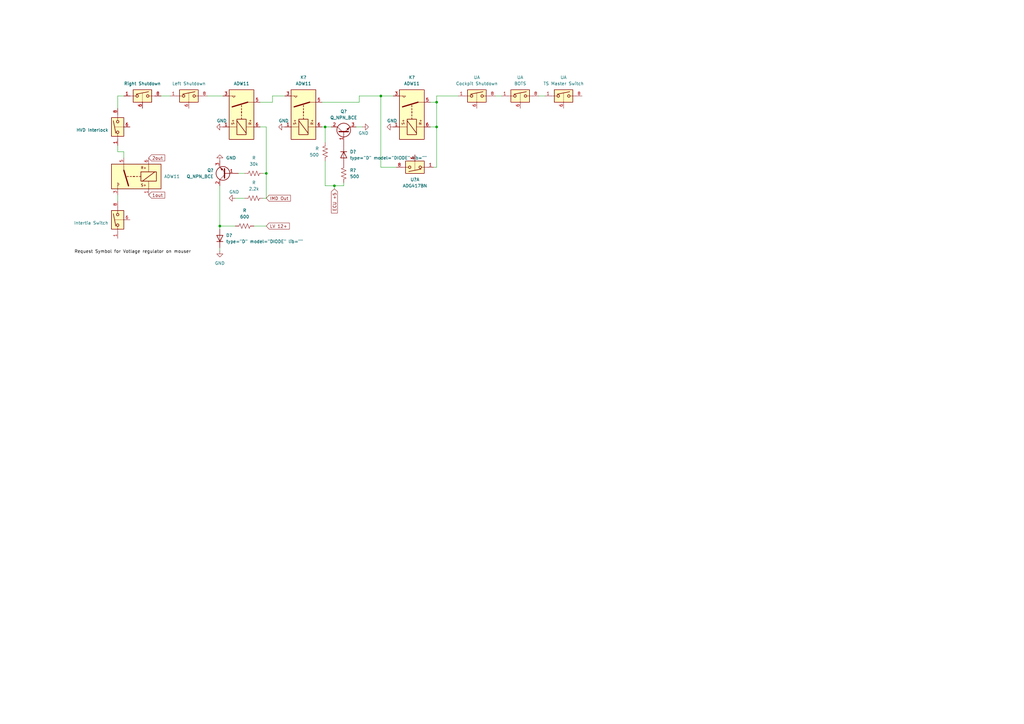
<source format=kicad_sch>
(kicad_sch (version 20211123) (generator eeschema)
  (paper "A3")
  (title_block (title "RM27 Shutdown Circuit"))
  (lib_symbols
    (symbol "Analog_Switch:ADG417BN" (pin_names (offset 0.254))
      (property "Reference" "U" (at -3.175 5.334 0))
      (property "Value" "ADG417BN" (at -3.175 3.556 0))
      (symbol "ADG417BN_1_1"
        (rectangle (start -3.81 2.54) (end 3.81 -2.54) (stroke (width 0.254)) (fill (type background)))
        (circle (center -2.159 0) (radius 0.508) (stroke (width 0.254)))
        (polyline (pts (xy -5.08 0) (xy -2.794 0)))
        (polyline (pts (xy -2.54 0.762) (xy 2.54 1.778)) (stroke (width 0.254)))
        (polyline (pts (xy 0 -2.54) (xy 0 -2.032)))
        (polyline (pts (xy 0 -1.778) (xy 0 -1.524)))
        (polyline (pts (xy 0 -1.27) (xy 0 -1.016)))
        (polyline (pts (xy 0 -0.762) (xy 0 -0.508)))
        (polyline (pts (xy 0 -0.254) (xy 0 0)))
        (polyline (pts (xy 0 0.254) (xy 0 0.508)))
        (polyline (pts (xy 0 0.762) (xy 0 1.016)))
        (polyline (pts (xy 5.08 0) (xy 2.794 0)))
        (circle (center 2.159 0) (radius 0.508) (stroke (width 0.254)))
        (pin passive line (at -7.62 0 0) (length 2.54) (name "~") (number "1"))
        (pin input line (at 0 -5.08 90) (length 2.54) (name "~") (number "6"))
        (pin passive line (at 7.62 0 180) (length 2.54) (name "~") (number "8"))
      )
      (symbol "ADG417BN_2_0"
        (pin no_connect line (at -2.54 10.16 270) (length 2.54) hide (name "NC") (number "2"))
        (pin power_in line (at 0 -12.7 90) (length 2.54) (name "GND") (number "3"))
        (pin power_in line (at 0 12.7 270) (length 2.54) (name "V+") (number "4"))
        (pin power_in line (at 2.54 12.7 270) (length 2.54) (name "VL") (number "5"))
        (pin power_in line (at 2.54 -12.7 90) (length 2.54) (name "V-") (number "7"))
      )
      (symbol "ADG417BN_2_1"
        (rectangle (start -3.81 10.16) (end 6.35 -10.16) (stroke (width 0.254)) (fill (type background)))
      )
    )
    (symbol "Device:Q_NPN_BCE" (pin_names (offset 0) hide)
      (property "Reference" "Q" (at 5.08 1.27 0))
      (property "Value" "Q_NPN_BCE" (at 5.08 -1.27 0))
      (symbol "Q_NPN_BCE_0_1"
        (polyline (pts (xy 0.635 0.635) (xy 2.54 2.54)))
        (polyline (pts (xy 0.635 -0.635) (xy 2.54 -2.54) (xy 2.54 -2.54)))
        (polyline (pts (xy 0.635 1.905) (xy 0.635 -1.905) (xy 0.635 -1.905)) (stroke (width 0.508)))
        (polyline (pts (xy 1.27 -1.778) (xy 1.778 -1.27) (xy 2.286 -2.286) (xy 1.27 -1.778) (xy 1.27 -1.778)) (fill (type outline)))
        (circle (center 1.27 0) (radius 2.8194) (stroke (width 0.254)))
      )
      (symbol "Q_NPN_BCE_1_1"
        (pin input line (at -5.08 0 0) (length 5.715) (name "B") (number "1"))
        (pin passive line (at 2.54 5.08 270) (length 2.54) (name "C") (number "2"))
        (pin passive line (at 2.54 -5.08 90) (length 2.54) (name "E") (number "3"))
      )
    )
    (symbol "Device:R_US" (pin_numbers hide) (pin_names (offset 0))
      (property "Reference" "R" (at 2.54 0 90))
      (property "Value" "R_US" (at -2.54 0 90))
      (symbol "R_US_0_1"
        (polyline (pts (xy 0 -2.286) (xy 0 -2.54)))
        (polyline (pts (xy 0 2.286) (xy 0 2.54)))
        (polyline (pts (xy 0 -0.762) (xy 1.016 -1.143) (xy 0 -1.524) (xy -1.016 -1.905) (xy 0 -2.286)))
        (polyline (pts (xy 0 0.762) (xy 1.016 0.381) (xy 0 0) (xy -1.016 -0.381) (xy 0 -0.762)))
        (polyline (pts (xy 0 2.286) (xy 1.016 1.905) (xy 0 1.524) (xy -1.016 1.143) (xy 0 0.762)))
      )
      (symbol "R_US_1_1"
        (pin passive line (at 0 3.81 270) (length 1.27) (name "~") (number "1"))
        (pin passive line (at 0 -3.81 90) (length 1.27) (name "~") (number "2"))
      )
    )
    (symbol "Relay:ADW11"
      (property "Reference" "K" (at 11.43 3.81 0))
      (property "Value" "ADW11" (at 13.97 1.27 0))
      (symbol "ADW11_1_1"
        (rectangle (start -10.16 5.08) (end 10.16 -5.08) (stroke (width 0.254)) (fill (type background)))
        (rectangle (start -8.255 1.905) (end -1.905 -1.905) (stroke (width 0.254)))
        (polyline (pts (xy -7.62 -1.905) (xy -2.54 1.905)) (stroke (width 0.254)))
        (polyline (pts (xy -5.08 -5.08) (xy -5.08 -1.905)))
        (polyline (pts (xy -5.08 5.08) (xy -5.08 1.905)))
        (polyline (pts (xy -1.905 0) (xy -1.27 0)) (stroke (width 0.254)))
        (polyline (pts (xy -0.635 0) (xy 0 0)) (stroke (width 0.254)))
        (polyline (pts (xy 0.635 0) (xy 1.27 0)) (stroke (width 0.254)))
        (polyline (pts (xy 0.635 0) (xy 1.27 0)) (stroke (width 0.254)))
        (polyline (pts (xy 1.905 0) (xy 2.54 0)) (stroke (width 0.254)))
        (polyline (pts (xy 3.175 0) (xy 3.81 0)) (stroke (width 0.254)))
        (polyline (pts (xy 5.08 -2.54) (xy 3.175 3.81)) (stroke (width 0.508)))
        (polyline (pts (xy 5.08 -2.54) (xy 5.08 -5.08)))
        (polyline (pts (xy 7.62 3.81) (xy 7.62 5.08)))
        (polyline (pts (xy 7.62 3.81) (xy 7.62 2.54) (xy 6.985 3.175) (xy 7.62 3.81)))
        (text "R+" (at -3.048 -3.556 0) (effects (font (size 1.016 1.016))))
        (text "S+" (at -3.048 3.556 0) (effects (font (size 1.016 1.016))))
        (pin passive line (at -5.08 7.62 270) (length 2.54) (name "~") (number "1"))
        (pin passive line (at 7.62 7.62 270) (length 2.54) (name "~") (number "3"))
        (pin passive line (at 5.08 -7.62 90) (length 2.54) (name "~") (number "5"))
        (pin passive line (at -5.08 -7.62 90) (length 2.54) (name "~") (number "6"))
      )
    )
    (symbol "Simulation_SPICE:DIODE" (pin_numbers hide) (pin_names (offset 1.016) hide)
      (property "Reference" "D" (at 0 2.54 0))
      (property "Value" "DIODE" (at 0 -2.54 0))
      (symbol "DIODE_0_1"
        (polyline (pts (xy 1.27 0) (xy -1.27 0)))
        (polyline (pts (xy 1.27 1.27) (xy 1.27 -1.27)) (stroke (width 0.254)))
        (polyline (pts (xy -1.27 -1.27) (xy -1.27 1.27) (xy 1.27 0) (xy -1.27 -1.27)) (stroke (width 0.254)))
      )
      (symbol "DIODE_1_1"
        (pin passive line (at -3.81 0 0) (length 2.54) (name "A") (number "1"))
        (pin passive line (at 3.81 0 180) (length 2.54) (name "K") (number "2"))
      )
    )
    (symbol "power:GND" (power) (pin_names (offset 0))
      (property "Value" "GND" (at 0 -3.81 0))
      (symbol "GND_0_1"
        (polyline (pts (xy 0 0) (xy 0 -1.27) (xy 1.27 -1.27) (xy 0 -2.54) (xy -1.27 -1.27) (xy 0 -1.27)))
      )
      (symbol "GND_1_1"
        (pin power_in line (at 0 0 270) (length 0) hide (name "GND") (number "1"))
      )
    )
  )
  (junction (at 137.16 76.2))
  (junction (at 90.17 92.71))
  (junction (at 179.07 52.07))
  (junction (at 179.07 41.91))
  (junction (at 156.21 39.37))
  (junction (at 133.35 52.07))
  (junction (at 109.22 71.12))
  (wire (pts (xy 106.68 52.07) (xy 109.22 52.07)))
  (wire (pts (xy 220.98 39.37) (xy 223.52 39.37)))
  (wire (pts (xy 48.26 62.23) (xy 48.26 59.69)))
  (wire (pts (xy 133.35 52.07) (xy 132.08 52.07)))
  (wire (pts (xy 133.35 58.42) (xy 133.35 52.07)))
  (wire (pts (xy 111.76 39.37) (xy 116.84 39.37)))
  (wire (pts (xy 50.8 62.23) (xy 50.8 64.77)))
  (wire (pts (xy 97.79 71.12) (xy 100.33 71.12)))
  (wire (pts (xy 203.2 39.37) (xy 205.74 39.37)))
  (wire (pts (xy 133.35 66.04) (xy 133.35 76.2)))
  (wire (pts (xy 179.07 39.37) (xy 179.07 41.91)))
  (wire (pts (xy 132.08 41.91) (xy 147.32 41.91)))
  (wire (pts (xy 147.32 39.37) (xy 156.21 39.37)))
  (wire (pts (xy 187.96 39.37) (xy 179.07 39.37)))
  (wire (pts (xy 109.22 52.07) (xy 109.22 71.12)))
  (wire (pts (xy 176.53 52.07) (xy 179.07 52.07)))
  (wire (pts (xy 109.22 71.12) (xy 107.95 71.12)))
  (wire (pts (xy 133.35 52.07) (xy 135.89 52.07)))
  (wire (pts (xy 111.76 41.91) (xy 111.76 39.37)))
  (wire (pts (xy 96.52 81.28) (xy 100.33 81.28)))
  (wire (pts (xy 90.17 92.71) (xy 90.17 93.98)))
  (wire (pts (xy 48.26 39.37) (xy 48.26 44.45)))
  (wire (pts (xy 179.07 68.58) (xy 177.8 68.58)))
  (wire (pts (xy 48.26 82.55) (xy 48.26 80.01)))
  (wire (pts (xy 156.21 68.58) (xy 162.56 68.58)))
  (wire (pts (xy 146.05 52.07) (xy 148.59 52.07)))
  (wire (pts (xy 48.26 62.23) (xy 50.8 62.23)))
  (wire (pts (xy 156.21 39.37) (xy 156.21 68.58)))
  (wire (pts (xy 137.16 76.2) (xy 137.16 77.47)))
  (wire (pts (xy 140.97 76.2) (xy 140.97 74.93)))
  (wire (pts (xy 90.17 92.71) (xy 96.52 92.71)))
  (wire (pts (xy 179.07 68.58) (xy 179.07 52.07)))
  (wire (pts (xy 85.09 39.37) (xy 91.44 39.37)))
  (wire (pts (xy 104.14 92.71) (xy 109.22 92.71)))
  (wire (pts (xy 107.95 81.28) (xy 109.22 81.28)))
  (wire (pts (xy 179.07 52.07) (xy 179.07 41.91)))
  (wire (pts (xy 147.32 41.91) (xy 147.32 39.37)))
  (wire (pts (xy 90.17 101.6) (xy 90.17 102.87)))
  (wire (pts (xy 137.16 76.2) (xy 140.97 76.2)))
  (wire (pts (xy 179.07 41.91) (xy 176.53 41.91)))
  (wire (pts (xy 90.17 76.2) (xy 90.17 92.71)))
  (wire (pts (xy 156.21 39.37) (xy 161.29 39.37)))
  (wire (pts (xy 133.35 76.2) (xy 137.16 76.2)))
  (wire (pts (xy 50.8 39.37) (xy 48.26 39.37)))
  (wire (pts (xy 106.68 41.91) (xy 111.76 41.91)))
  (wire (pts (xy 66.04 39.37) (xy 69.85 39.37)))
  (wire (pts (xy 109.22 71.12) (xy 109.22 81.28)))
  (label "Request Symbol for Votlage regulator on mouser" (at 30.48 104.14 0))
  (global_label "ECU +5" (shape input) (at 137.16 77.47 270) (property "Intersheet References" "${INTERSHEET_REFS}" (effects hide)))
  (global_label "2out" (shape input) (at 60.96 64.77 0) (property "Intersheet References" "${INTERSHEET_REFS}" (effects hide)))
  (global_label "1out" (shape input) (at 60.96 80.01 0) (property "Intersheet References" "${INTERSHEET_REFS}" (effects hide)))
  (global_label "IMD Out" (shape input) (at 109.22 81.28 0) (property "Intersheet References" "${INTERSHEET_REFS}" (effects hide)))
  (global_label "LV 12+" (shape input) (at 109.22 92.71 0) (property "Intersheet References" "${INTERSHEET_REFS}" (effects hide)))
  (symbol (lib_id "power:GND") (at 96.52 81.28 270) (unit 1)
    (property "Reference" "#PWR?" (effects hide))
    (property "Value" "GND" (at 93.98 78.74 90) (effects (justify left)))
  )
  (symbol (lib_id "Analog_Switch:ADG417BN") (at 58.42 39.37 0) (unit 1)
    (property "Reference" "U" (effects hide))
    (property "Value" "Right Shutdown" (at 58.42 34.29 0))
    (property "Footprint" "Package_DIP:DIP-8_W7.62mm" (effects hide))
    (property "Datasheet" "https://www.analog.com/media/en/technical-documentation/data-sheets/ADG417.pdf" (effects hide))
  )
  (symbol (lib_id "Analog_Switch:ADG417BN") (at 48.26 52.07 90) (unit 1)
    (property "Reference" "U?" (effects hide))
    (property "Value" "HVD Interlock" (at 44.45 53.3399 90) (effects (justify left)))
    (property "Footprint" "Package_DIP:DIP-8_W7.62mm" (effects hide))
    (property "Datasheet" "https://www.analog.com/media/en/technical-documentation/data-sheets/ADG417.pdf" (effects hide))
  )
  (symbol (lib_id "Device:R_US") (at 140.97 71.12 0) (mirror y) (unit 1)
    (property "Reference" "R?" (at 143.51 69.8499 0) (effects (justify right)))
    (property "Value" "500" (at 143.51 72.3899 0) (effects (justify right)))
  )
  (symbol (lib_id "power:GND") (at 161.29 52.07 270) (unit 1)
    (property "Reference" "#PWR?" (effects hide))
    (property "Value" "GND" (at 158.75 49.53 90) (effects (justify left)))
  )
  (symbol (lib_id "Analog_Switch:ADG417BN") (at 77.47 39.37 0) (unit 1)
    (property "Reference" "U" (effects hide))
    (property "Value" "Left Shutdown" (at 77.47 34.29 0))
    (property "Footprint" "Package_DIP:DIP-8_W7.62mm" (effects hide))
    (property "Datasheet" "https://www.analog.com/media/en/technical-documentation/data-sheets/ADG417.pdf" (effects hide))
  )
  (symbol (lib_id "Analog_Switch:ADG417BN") (at 170.18 68.58 180) (unit 1)
    (property "Reference" "U?" (at 170.18 73.66 0))
    (property "Value" "ADG417BN" (at 170.18 76.2 0))
    (property "Footprint" "Package_DIP:DIP-8_W7.62mm" (effects hide))
    (property "Datasheet" "https://www.analog.com/media/en/technical-documentation/data-sheets/ADG417.pdf" (effects hide))
  )
  (symbol (lib_id "power:GND") (at 90.17 102.87 0) (unit 1)
    (property "Reference" "#PWR?" (effects hide))
    (property "Value" "GND" (at 90.17 107.95 0))
  )
  (symbol (lib_id "power:GND") (at 116.84 52.07 270) (unit 1)
    (property "Reference" "#PWR?" (effects hide))
    (property "Value" "GND" (at 114.3 49.53 90) (effects (justify left)))
  )
  (symbol (lib_id "Device:R_US") (at 104.14 71.12 90) (unit 1)
    (property "Reference" "R" (at 104.14 64.77 90))
    (property "Value" "30k" (at 104.14 67.31 90))
  )
  (symbol (lib_id "Device:Q_NPN_BCE") (at 92.71 71.12 180) (unit 1)
    (property "Reference" "Q?" (at 87.63 69.8499 0) (effects (justify left)))
    (property "Value" "Q_NPN_BCE" (at 87.63 72.3899 0) (effects (justify left)))
  )
  (symbol (lib_id "Device:R_US") (at 133.35 62.23 0) (mirror x) (unit 1)
    (property "Reference" "R" (at 130.81 60.9599 0) (effects (justify right)))
    (property "Value" "500" (at 130.81 63.4999 0) (effects (justify right)))
  )
  (symbol (lib_id "Relay:ADW11") (at 124.46 46.99 90) (unit 1)
    (property "Reference" "K?" (at 124.46 31.75 90))
    (property "Value" "ADW11" (at 124.46 34.29 90))
    (property "Footprint" "Relay_THT:Relay_1P1T_NO_10x24x18.8mm_Panasonic_ADW11xxxxW_THT" (effects hide))
    (property "Datasheet" "https://www.panasonic-electric-works.com/pew/es/downloads/ds_dw_hl_en.pdf" (effects hide))
  )
  (symbol (lib_id "Analog_Switch:ADG417BN") (at 213.36 39.37 0) (unit 1)
    (property "Reference" "U" (at 213.36 31.75 0))
    (property "Value" "BOTS" (at 213.36 34.29 0))
    (property "Footprint" "Package_DIP:DIP-8_W7.62mm" (effects hide))
    (property "Datasheet" "https://www.analog.com/media/en/technical-documentation/data-sheets/ADG417.pdf" (effects hide))
  )
  (symbol (lib_id "Relay:ADW11") (at 99.06 46.99 90) (unit 1)
    (property "Reference" "K?" (effects hide))
    (property "Value" "ADW11" (at 99.06 34.29 90))
    (property "Footprint" "Relay_THT:Relay_1P1T_NO_10x24x18.8mm_Panasonic_ADW11xxxxW_THT" (effects hide))
    (property "Datasheet" "https://www.panasonic-electric-works.com/pew/es/downloads/ds_dw_hl_en.pdf" (effects hide))
  )
  (symbol (lib_id "Device:Q_NPN_BCE") (at 140.97 54.61 90) (unit 1)
    (property "Reference" "Q?" (at 140.97 45.72 90))
    (property "Value" "Q_NPN_BCE" (at 140.97 48.26 90))
  )
  (symbol (lib_id "Analog_Switch:ADG417BN") (at 48.26 90.17 90) (unit 1)
    (property "Reference" "U?" (effects hide))
    (property "Value" "Intertia Switch" (at 44.45 91.4399 90) (effects (justify left)))
    (property "Footprint" "Package_DIP:DIP-8_W7.62mm" (effects hide))
    (property "Datasheet" "https://www.analog.com/media/en/technical-documentation/data-sheets/ADG417.pdf" (effects hide))
  )
  (symbol (lib_id "Simulation_SPICE:DIODE") (at 90.17 97.79 270) (unit 1)
    (property "Reference" "D?" (at 92.71 96.5199 90) (effects (justify left)))
    (property "Value" "DIODE" (at 92.71 99.0599 90) (effects (justify left)))
    (property "Spice_Netlist_Enabled" "Y" (effects hide))
    (property "Spice_Primitive" "D" (effects hide))
  )
  (symbol (lib_id "Simulation_SPICE:DIODE") (at 140.97 63.5 90) (unit 1)
    (property "Reference" "D?" (at 143.51 62.2299 90) (effects (justify right)))
    (property "Value" "DIODE" (at 143.51 64.7699 90) (effects (justify right)))
    (property "Spice_Netlist_Enabled" "Y" (effects hide))
    (property "Spice_Primitive" "D" (effects hide))
  )
  (symbol (lib_id "Relay:ADW11") (at 168.91 46.99 90) (unit 1)
    (property "Reference" "K?" (at 168.91 31.75 90))
    (property "Value" "ADW11" (at 168.91 34.29 90))
    (property "Footprint" "Relay_THT:Relay_1P1T_NO_10x24x18.8mm_Panasonic_ADW11xxxxW_THT" (effects hide))
    (property "Datasheet" "https://www.panasonic-electric-works.com/pew/es/downloads/ds_dw_hl_en.pdf" (effects hide))
  )
  (symbol (lib_id "Analog_Switch:ADG417BN") (at 195.58 39.37 0) (unit 1)
    (property "Reference" "U" (at 195.58 31.75 0))
    (property "Value" "Cockpit Shutdown" (at 195.58 34.29 0))
    (property "Footprint" "Package_DIP:DIP-8_W7.62mm" (effects hide))
    (property "Datasheet" "https://www.analog.com/media/en/technical-documentation/data-sheets/ADG417.pdf" (effects hide))
  )
  (symbol (lib_id "Analog_Switch:ADG417BN") (at 231.14 39.37 0) (unit 1)
    (property "Reference" "U" (at 231.14 31.75 0))
    (property "Value" "TS Master Switch" (at 231.14 34.29 0))
    (property "Footprint" "Package_DIP:DIP-8_W7.62mm" (effects hide))
    (property "Datasheet" "https://www.analog.com/media/en/technical-documentation/data-sheets/ADG417.pdf" (effects hide))
  )
  (symbol (lib_id "power:GND") (at 90.17 66.04 180) (unit 1)
    (property "Reference" "#PWR?" (effects hide))
    (property "Value" "GND" (at 92.71 64.7699 0) (effects (justify right)))
  )
  (symbol (lib_id "Device:R_US") (at 100.33 92.71 90) (unit 1)
    (property "Reference" "R" (at 100.33 86.36 90))
    (property "Value" "600" (at 100.33 88.9 90))
  )
  (symbol (lib_id "Relay:ADW11") (at 55.88 72.39 180) (unit 1)
    (property "Reference" "K?" (effects hide))
    (property "Value" "ADW11" (at 67.31 72.3899 0) (effects (justify right)))
    (property "Footprint" "Relay_THT:Relay_1P1T_NO_10x24x18.8mm_Panasonic_ADW11xxxxW_THT" (effects hide))
    (property "Datasheet" "https://www.panasonic-electric-works.com/pew/es/downloads/ds_dw_hl_en.pdf" (effects hide))
  )
  (symbol (lib_id "power:GND") (at 91.44 52.07 270) (unit 1)
    (property "Reference" "#PWR?" (effects hide))
    (property "Value" "GND" (at 88.9 49.53 90) (effects (justify left)))
  )
  (symbol (lib_id "power:GND") (at 148.59 52.07 90) (unit 1)
    (property "Reference" "#PWR?" (effects hide))
    (property "Value" "GND" (at 151.13 54.61 90) (effects (justify left)))
  )
  (symbol (lib_id "Device:R_US") (at 104.14 81.28 90) (unit 1)
    (property "Reference" "R" (at 104.14 74.93 90))
    (property "Value" "2.2k" (at 104.14 77.47 90))
  )
  (sheet (at 433.07 0) (size 356.87 297.18) (stroke (width 0.1524))
    (property "Sheet name" "ECU Pinout" (at 433.07 -0.7116 0) (effects (justify left bottom)))
    (property "Sheet file" "untitled.kicad_sch" (at 433.07 297.7646 0) (effects (justify left top)))
  )
)
</source>
